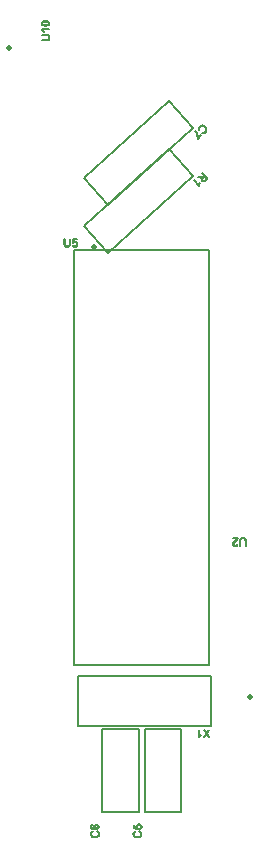
<source format=gto>
%FSLAX33Y33*%
%MOMM*%
%ADD10C,0.15*%
%ADD11C,0.2032*%
%ADD12C,0.5*%
%ADD13C,0.5*%
%ADD14C,0.5*%
D10*
%LNtop silkscreen_traces*%
%LNtop silkscreen component 3cb8959678233c1b*%
G01*
X15911Y-1911D02*
X12820Y-1911D01*
X12820Y5089*
X15911Y5089*
X15911Y-1911*
D11*
X12381Y-3536D02*
X12379Y-3542D01*
X12379Y-3542*
X12420Y-3562*
X12453Y-3587*
X12481Y-3616*
X12503Y-3649*
X12519Y-3686*
X12528Y-3727*
X12532Y-3774*
X12529Y-3823*
X12521Y-3866*
X12509Y-3903*
X12492Y-3934*
X12471Y-3962*
X12446Y-3986*
X12415Y-4007*
X12379Y-4025*
X12338Y-4040*
X12296Y-4051*
X12253Y-4057*
X12207Y-4059*
X12158Y-4057*
X12113Y-4050*
X12072Y-4038*
X12035Y-4022*
X12002Y-4002*
X11974Y-3979*
X11950Y-3952*
X11930Y-3921*
X11914Y-3887*
X11902Y-3851*
X11895Y-3812*
X11893Y-3772*
X11896Y-3728*
X11905Y-3688*
X11919Y-3653*
X11938Y-3622*
X11962Y-3595*
X11991Y-3572*
X12025Y-3553*
X12014Y-3557*
X12013Y-3551*
X12015Y-3550*
X11978Y-3570*
X11945Y-3595*
X11918Y-3624*
X11898Y-3657*
X11883Y-3694*
X11875Y-3733*
X11872Y-3774*
X11875Y-3820*
X11884Y-3864*
X11899Y-3905*
X11921Y-3941*
X11948Y-3973*
X11979Y-4000*
X12014Y-4022*
X12052Y-4038*
X12090Y-4049*
X12128Y-4057*
X12167Y-4062*
X12206Y-4063*
X12255Y-4061*
X12300Y-4056*
X12344Y-4046*
X12385Y-4033*
X12423Y-4015*
X12458Y-3991*
X12487Y-3963*
X12511Y-3930*
X12529Y-3894*
X12542Y-3858*
X12550Y-3820*
X12552Y-3781*
X12549Y-3735*
X12538Y-3691*
X12520Y-3651*
X12495Y-3614*
X12462Y-3582*
X12423Y-3556*
X12379Y-3536*
X12381Y-3536*
X12429Y-3336D02*
X12429Y-3344D01*
X12421Y-3346*
X12456Y-3333*
X12487Y-3314*
X12514Y-3291*
X12534Y-3263*
X12549Y-3233*
X12558Y-3200*
X12561Y-3166*
X12557Y-3125*
X12545Y-3087*
X12524Y-3052*
X12497Y-3021*
X12462Y-2996*
X12423Y-2978*
X12381Y-2967*
X12335Y-2964*
X12292Y-2967*
X12251Y-2977*
X12214Y-2995*
X12181Y-3020*
X12155Y-3051*
X12137Y-3087*
X12126Y-3126*
X12122Y-3167*
X12124Y-3194*
X12129Y-3220*
X12137Y-3245*
X12148Y-3269*
X12162Y-3290*
X12177Y-3309*
X12195Y-3326*
X12188Y-3321*
X12188Y-3321*
X11915Y-3269*
X11915Y-3006*
X11897Y-3006*
X11897Y-3282*
X12243Y-3352*
X12166Y-3224*
X12155Y-3197*
X12149Y-3171*
X12147Y-3144*
X12150Y-3109*
X12159Y-3077*
X12174Y-3049*
X12196Y-3022*
X12223Y-3001*
X12253Y-2985*
X12288Y-2976*
X12328Y-2972*
X12366Y-2975*
X12402Y-2984*
X12434Y-2998*
X12463Y-3018*
X12494Y-3048*
X12514Y-3081*
X12527Y-3120*
X12531Y-3167*
X12529Y-3205*
X12521Y-3238*
X12507Y-3267*
X12489Y-3292*
X12467Y-3312*
X12442Y-3328*
X12412Y-3339*
X12429Y-3336*
%LNtop silkscreen component 824f435eb96077e0*%
D10*
X14871Y54194D02*
X16939Y51897D01*
X9716Y45393*
X7648Y47690*
X14871Y54194*
D11*
X17705Y52182D02*
X18116Y51725D01*
X17919Y51547*
X17886Y51520*
X17858Y51498*
X17833Y51483*
X17813Y51474*
X17796Y51469*
X17779Y51467*
X17760Y51468*
X17741Y51472*
X17721Y51480*
X17703Y51490*
X17686Y51502*
X17670Y51517*
X17653Y51540*
X17642Y51562*
X17636Y51586*
X17634Y51611*
X17637Y51637*
X17647Y51665*
X17665Y51697*
X17780Y51851*
X17621Y51808*
X17606Y51805*
X17594Y51803*
X17585Y51803*
X17561Y51804*
X17534Y51807*
X17506Y51812*
X17476Y51819*
X17343Y51856*
X17342Y51855*
X17485Y51815*
X17521Y51805*
X17553Y51797*
X17582Y51791*
X17607Y51786*
X17630Y51783*
X17652Y51781*
X17672Y51781*
X17691Y51783*
X17707Y51786*
X17723Y51790*
X17738Y51796*
X17753Y51803*
X17765Y51811*
X17777Y51820*
X17790Y51830*
X17803Y51842*
X17923Y51950*
X17710Y52186*
X17705Y52182*
X17906Y51893D02*
X17906Y51893D01*
X17755Y51757*
X17733Y51736*
X17714Y51715*
X17699Y51697*
X17688Y51679*
X17681Y51661*
X17676Y51644*
X17674Y51627*
X17676Y51610*
X17680Y51593*
X17686Y51577*
X17694Y51563*
X17705Y51549*
X17723Y51533*
X17742Y51521*
X17764Y51514*
X17788Y51512*
X17813Y51515*
X17840Y51525*
X17867Y51542*
X17896Y51565*
X18065Y51717*
X17906Y51893*
X17026Y51570D02*
X17015Y51561D01*
X17432Y51098*
X17447Y51231*
X17451Y51253*
X17456Y51276*
X17464Y51302*
X17472Y51327*
X17481Y51350*
X17490Y51371*
X17466Y51323*
X17452Y51339*
X17448Y51328*
X17436Y51288*
X17426Y51247*
X17420Y51206*
X17417Y51167*
X17418Y51131*
X17421Y51096*
X17421Y51095*
X17439Y51111*
X17026Y51570*
%LNtop silkscreen component 88b3df5dd39fbf3c*%
X4116Y63896D02*
X4116Y63890D01*
X4478Y63890*
X4527Y63888*
X4568Y63884*
X4604Y63877*
X4632Y63869*
X4655Y63858*
X4675Y63843*
X4693Y63824*
X4710Y63801*
X4724Y63774*
X4734Y63742*
X4740Y63704*
X4743Y63660*
X4741Y63618*
X4735Y63580*
X4726Y63548*
X4714Y63520*
X4699Y63498*
X4682Y63479*
X4662Y63464*
X4639Y63452*
X4609Y63442*
X4573Y63435*
X4529Y63430*
X4478Y63428*
X4116Y63428*
X4116Y63421*
X4479Y63421*
X4525Y63422*
X4566Y63426*
X4602Y63432*
X4635Y63442*
X4663Y63456*
X4689Y63475*
X4710Y63497*
X4728Y63524*
X4742Y63553*
X4752Y63584*
X4757Y63617*
X4759Y63653*
X4755Y63708*
X4745Y63758*
X4725Y63802*
X4695Y63839*
X4654Y63867*
X4604Y63884*
X4546Y63894*
X4480Y63896*
X4116Y63896*
X4730Y64343D02*
X4730Y64356D01*
X4108Y64356*
X4197Y64256*
X4210Y64239*
X4224Y64219*
X4238Y64197*
X4251Y64173*
X4263Y64151*
X4272Y64131*
X4252Y64181*
X4273Y64181*
X4268Y64190*
X4246Y64227*
X4222Y64261*
X4196Y64293*
X4169Y64321*
X4142Y64345*
X4114Y64366*
X4113Y64366*
X4113Y64343*
X4730Y64343*
X4428Y64669D02*
X4371Y64671D01*
X4320Y64676*
X4277Y64683*
X4240Y64693*
X4209Y64705*
X4183Y64720*
X4162Y64736*
X4144Y64754*
X4131Y64774*
X4121Y64796*
X4115Y64822*
X4113Y64853*
X4114Y64874*
X4118Y64895*
X4123Y64913*
X4131Y64929*
X4140Y64944*
X4151Y64958*
X4165Y64971*
X4180Y64982*
X4199Y64993*
X4221Y65003*
X4245Y65012*
X4271Y65020*
X4301Y65026*
X4338Y65031*
X4380Y65034*
X4428Y65035*
X4485Y65033*
X4535Y65029*
X4579Y65021*
X4615Y65011*
X4646Y64999*
X4672Y64985*
X4694Y64968*
X4712Y64950*
X4725Y64930*
X4734Y64908*
X4740Y64882*
X4742Y64853*
X4739Y64813*
X4728Y64781*
X4712Y64753*
X4688Y64730*
X4646Y64705*
X4589Y64686*
X4517Y64674*
X4428Y64669*
X4428Y64709D02*
X4428Y64709D01*
X4509Y64712*
X4575Y64719*
X4626Y64732*
X4663Y64750*
X4688Y64772*
X4707Y64796*
X4717Y64823*
X4721Y64852*
X4717Y64881*
X4706Y64908*
X4688Y64932*
X4663Y64954*
X4626Y64972*
X4575Y64985*
X4509Y64993*
X4428Y64995*
X4347Y64993*
X4281Y64985*
X4230Y64972*
X4193Y64954*
X4168Y64932*
X4150Y64908*
X4139Y64881*
X4135Y64851*
X4138Y64822*
X4148Y64797*
X4164Y64774*
X4186Y64754*
X4226Y64735*
X4280Y64720*
X4347Y64712*
X4428Y64709*
D12*
X1346Y62799D03*
%LNtop silkscreen component 81296bd5f93fcded*%
D10*
X6797Y10507D02*
X6797Y45678D01*
X18235Y45678*
X18235Y10507*
X6797Y10507*
D11*
X6506Y46593D02*
X6499Y46593D01*
X6499Y46231*
X6497Y46182*
X6493Y46141*
X6486Y46106*
X6478Y46077*
X6467Y46055*
X6452Y46034*
X6433Y46016*
X6410Y45999*
X6383Y45985*
X6351Y45975*
X6313Y45969*
X6270Y45967*
X6227Y45968*
X6189Y45974*
X6157Y45983*
X6129Y45995*
X6107Y46010*
X6088Y46027*
X6073Y46047*
X6061Y46071*
X6051Y46100*
X6044Y46136*
X6039Y46180*
X6037Y46231*
X6037Y46593*
X6030Y46593*
X6030Y46230*
X6032Y46184*
X6035Y46143*
X6041Y46107*
X6051Y46075*
X6065Y46046*
X6084Y46020*
X6107Y45999*
X6133Y45981*
X6162Y45967*
X6194Y45958*
X6227Y45952*
X6262Y45950*
X6317Y45954*
X6367Y45964*
X6411Y45984*
X6448Y46014*
X6476Y46055*
X6493Y46105*
X6503Y46163*
X6506Y46229*
X6506Y46593*
X6731Y46069D02*
X6724Y46069D01*
X6722Y46077*
X6735Y46042*
X6753Y46011*
X6777Y45984*
X6804Y45964*
X6835Y45949*
X6867Y45940*
X6902Y45937*
X6942Y45941*
X6981Y45953*
X7016Y45974*
X7047Y46001*
X7072Y46036*
X7090Y46075*
X7101Y46117*
X7104Y46163*
X7101Y46206*
X7090Y46247*
X7073Y46285*
X7047Y46317*
X7016Y46343*
X6981Y46362*
X6942Y46372*
X6901Y46376*
X6873Y46374*
X6847Y46369*
X6822Y46361*
X6799Y46350*
X6777Y46336*
X6758Y46321*
X6741Y46303*
X6746Y46310*
X6747Y46310*
X6799Y46583*
X7062Y46583*
X7062Y46601*
X6785Y46601*
X6716Y46255*
X6844Y46332*
X6870Y46343*
X6897Y46349*
X6923Y46352*
X6959Y46348*
X6991Y46339*
X7019Y46324*
X7045Y46302*
X7067Y46275*
X7082Y46245*
X7092Y46210*
X7095Y46170*
X7092Y46132*
X7084Y46096*
X7070Y46064*
X7050Y46035*
X7020Y46005*
X6987Y45984*
X6948Y45971*
X6901Y45967*
X6863Y45969*
X6830Y45978*
X6801Y45991*
X6776Y46009*
X6755Y46031*
X6740Y46056*
X6729Y46086*
X6731Y46069*
D13*
X8547Y45936D03*
%LNtop silkscreen component b3a48d7d43e52f89*%
D10*
X18428Y9604D02*
X18428Y5401D01*
X7175Y5401*
X7175Y9604*
X18428Y9604*
D11*
X18293Y5052D02*
X18055Y4730D01*
X18263Y4437*
X18275Y4437*
X18161Y4599*
X18142Y4626*
X18127Y4649*
X18115Y4668*
X18063Y4756*
X18006Y4666*
X17994Y4647*
X17980Y4628*
X17964Y4607*
X17835Y4437*
X17859Y4437*
X18072Y4723*
X17837Y5052*
X17829Y5052*
X17994Y4818*
X18001Y4808*
X18008Y4796*
X18016Y4785*
X18067Y4703*
X18121Y4790*
X18130Y4805*
X18137Y4816*
X18143Y4824*
X18307Y5052*
X18293Y5052*
X17410Y5052D02*
X17396Y5052D01*
X17396Y4430*
X17497Y4518*
X17514Y4532*
X17534Y4545*
X17556Y4559*
X17580Y4572*
X17602Y4584*
X17622Y4593*
X17572Y4573*
X17572Y4594*
X17562Y4590*
X17526Y4568*
X17492Y4543*
X17460Y4517*
X17432Y4490*
X17407Y4463*
X17387Y4435*
X17387Y4434*
X17410Y4434*
X17410Y5052*
%LNtop silkscreen component 60de64ed69294721*%
X20895Y20640D02*
X20902Y20640D01*
X20902Y21002*
X20903Y21051*
X20907Y21093*
X20914Y21128*
X20923Y21156*
X20934Y21179*
X20948Y21199*
X20967Y21218*
X20990Y21234*
X21017Y21248*
X21049Y21258*
X21087Y21265*
X21131Y21267*
X21174Y21265*
X21212Y21259*
X21244Y21250*
X21271Y21238*
X21294Y21223*
X21312Y21206*
X21328Y21186*
X21340Y21163*
X21349Y21134*
X21357Y21097*
X21362Y21054*
X21363Y21002*
X21363Y20640*
X21370Y20640*
X21370Y21003*
X21369Y21049*
X21365Y21090*
X21359Y21127*
X21349Y21159*
X21335Y21187*
X21317Y21213*
X21294Y21235*
X21268Y21253*
X21238Y21266*
X21207Y21276*
X21174Y21281*
X21139Y21283*
X21084Y21280*
X21034Y21269*
X20990Y21249*
X20952Y21220*
X20925Y21178*
X20907Y21128*
X20898Y21070*
X20895Y21004*
X20895Y20640*
X20318Y21272D02*
X20318Y21255D01*
X20688Y21255*
X20689Y21293*
X20688Y21283*
X20686Y21273*
X20682Y21262*
X20674Y21243*
X20663Y21223*
X20649Y21203*
X20633Y21182*
X20613Y21160*
X20588Y21136*
X20559Y21109*
X20524Y21080*
X20470Y21034*
X20424Y20992*
X20387Y20954*
X20358Y20919*
X20337Y20886*
X20321Y20853*
X20311Y20819*
X20307Y20784*
X20311Y20748*
X20321Y20715*
X20337Y20685*
X20360Y20658*
X20389Y20636*
X20421Y20621*
X20456Y20611*
X20493Y20608*
X20532Y20612*
X20568Y20621*
X20602Y20638*
X20631Y20661*
X20655Y20691*
X20671Y20725*
X20681Y20763*
X20680Y20747*
X20665Y20749*
X20666Y20759*
X20655Y20726*
X20640Y20699*
X20620Y20678*
X20596Y20661*
X20567Y20648*
X20532Y20640*
X20491Y20638*
X20450Y20641*
X20416Y20649*
X20387Y20662*
X20363Y20681*
X20344Y20703*
X20330Y20728*
X20322Y20755*
X20319Y20786*
X20320Y20802*
X20322Y20818*
X20326Y20834*
X20332Y20850*
X20340Y20866*
X20351Y20884*
X20365Y20903*
X20382Y20923*
X20404Y20947*
X20433Y20975*
X20469Y21007*
X20512Y21045*
X20549Y21075*
X20578Y21101*
X20601Y21122*
X20618Y21138*
X20630Y21152*
X20642Y21166*
X20652Y21180*
X20712Y21272*
X20318Y21272*
D14*
X21743Y7835D03*
%LNtop silkscreen component 93e284b16ed1c30b*%
D10*
X14871Y58299D02*
X16939Y56002D01*
X9716Y49498*
X7648Y51795*
X14871Y58299*
D11*
X17431Y55853D02*
X17436Y55856D01*
X17437Y55856*
X17424Y55900*
X17420Y55942*
X17423Y55982*
X17433Y56020*
X17450Y56056*
X17474Y56091*
X17507Y56125*
X17545Y56155*
X17582Y56179*
X17617Y56194*
X17652Y56203*
X17686Y56205*
X17722Y56203*
X17758Y56194*
X17796Y56179*
X17834Y56159*
X17870Y56135*
X17904Y56107*
X17936Y56074*
X17967Y56036*
X17991Y55998*
X18010Y55960*
X18023Y55922*
X18030Y55884*
X18032Y55847*
X18028Y55812*
X18018Y55776*
X18004Y55741*
X17984Y55708*
X17961Y55678*
X17933Y55649*
X17897Y55621*
X17862Y55601*
X17827Y55588*
X17791Y55582*
X17754Y55581*
X17718Y55588*
X17681Y55600*
X17691Y55595*
X17688Y55590*
X17686Y55591*
X17726Y55577*
X17766Y55569*
X17806Y55569*
X17844Y55575*
X17881Y55589*
X17915Y55609*
X17948Y55635*
X17980Y55668*
X18007Y55704*
X18027Y55742*
X18039Y55783*
X18045Y55824*
X18044Y55865*
X18037Y55906*
X18024Y55945*
X18006Y55981*
X17987Y56014*
X17964Y56046*
X17939Y56076*
X17905Y56111*
X17871Y56141*
X17835Y56167*
X17797Y56189*
X17758Y56205*
X17718Y56215*
X17676Y56218*
X17636Y56214*
X17598Y56203*
X17562Y56189*
X17529Y56169*
X17498Y56145*
X17466Y56111*
X17441Y56074*
X17423Y56034*
X17412Y55990*
X17410Y55944*
X17417Y55898*
X17432Y55852*
X17431Y55853*
X17608Y55363D02*
X17597Y55375D01*
X17328Y55133*
X17329Y55132*
X17328Y55167*
X17323Y55227*
X17313Y55290*
X17299Y55358*
X17281Y55427*
X17260Y55494*
X17235Y55559*
X17206Y55623*
X17183Y55667*
X17157Y55712*
X17127Y55756*
X17122Y55762*
X17115Y55756*
X17108Y55765*
X17134Y55727*
X17161Y55683*
X17188Y55633*
X17213Y55579*
X17235Y55525*
X17254Y55469*
X17270Y55411*
X17283Y55354*
X17292Y55299*
X17298Y55248*
X17306Y55090*
X17608Y55363*
%LNtop silkscreen component 46b559c0f7b6c974*%
D10*
X12315Y-1911D02*
X9224Y-1911D01*
X9224Y5089*
X12315Y5089*
X12315Y-1911*
D11*
X8785Y-3536D02*
X8783Y-3542D01*
X8783Y-3542*
X8824Y-3562*
X8857Y-3587*
X8885Y-3616*
X8907Y-3649*
X8923Y-3686*
X8932Y-3727*
X8936Y-3774*
X8933Y-3823*
X8925Y-3866*
X8913Y-3903*
X8896Y-3934*
X8875Y-3962*
X8850Y-3986*
X8819Y-4007*
X8783Y-4025*
X8742Y-4040*
X8700Y-4051*
X8657Y-4057*
X8611Y-4059*
X8562Y-4057*
X8517Y-4050*
X8476Y-4038*
X8439Y-4022*
X8406Y-4002*
X8378Y-3979*
X8354Y-3952*
X8334Y-3921*
X8318Y-3887*
X8306Y-3851*
X8299Y-3812*
X8297Y-3772*
X8300Y-3728*
X8309Y-3688*
X8323Y-3653*
X8342Y-3622*
X8366Y-3595*
X8395Y-3572*
X8429Y-3553*
X8418Y-3557*
X8417Y-3551*
X8419Y-3550*
X8382Y-3570*
X8349Y-3595*
X8322Y-3624*
X8302Y-3657*
X8287Y-3694*
X8279Y-3733*
X8276Y-3774*
X8279Y-3820*
X8288Y-3864*
X8303Y-3905*
X8325Y-3941*
X8352Y-3973*
X8383Y-4000*
X8418Y-4022*
X8456Y-4038*
X8494Y-4049*
X8532Y-4057*
X8571Y-4062*
X8610Y-4063*
X8659Y-4061*
X8704Y-4056*
X8748Y-4046*
X8789Y-4033*
X8827Y-4015*
X8862Y-3991*
X8891Y-3963*
X8915Y-3930*
X8933Y-3894*
X8946Y-3858*
X8954Y-3820*
X8956Y-3781*
X8953Y-3735*
X8942Y-3691*
X8924Y-3651*
X8899Y-3614*
X8866Y-3582*
X8827Y-3556*
X8783Y-3536*
X8785Y-3536*
X8388Y-3001D02*
X8387Y-2989D01*
X8401Y-2985*
X8375Y-2995*
X8352Y-3007*
X8331Y-3023*
X8307Y-3050*
X8290Y-3080*
X8280Y-3114*
X8277Y-3148*
X8279Y-3176*
X8285Y-3203*
X8296Y-3229*
X8310Y-3252*
X8332Y-3278*
X8358Y-3300*
X8387Y-3319*
X8421Y-3335*
X8459Y-3347*
X8502Y-3356*
X8551Y-3361*
X8767Y-3370*
X8615Y-3257*
X8600Y-3243*
X8588Y-3228*
X8578Y-3212*
X8571Y-3194*
X8565Y-3176*
X8562Y-3158*
X8561Y-3140*
X8564Y-3107*
X8573Y-3078*
X8588Y-3051*
X8610Y-3026*
X8636Y-3005*
X8666Y-2991*
X8701Y-2981*
X8742Y-2978*
X8769Y-2980*
X8795Y-2984*
X8820Y-2992*
X8844Y-3002*
X8866Y-3014*
X8884Y-3029*
X8899Y-3045*
X8912Y-3063*
X8922Y-3082*
X8930Y-3104*
X8934Y-3127*
X8935Y-3151*
X8931Y-3194*
X8920Y-3230*
X8900Y-3263*
X8873Y-3291*
X8836Y-3315*
X8785Y-3333*
X8720Y-3345*
X8639Y-3349*
X8548Y-3345*
X8473Y-3332*
X8414Y-3311*
X8369Y-3283*
X8342Y-3256*
X8322Y-3224*
X8311Y-3187*
X8306Y-3143*
X8309Y-3111*
X8316Y-3083*
X8326Y-3059*
X8341Y-3038*
X8360Y-3021*
X8382Y-3007*
X8409Y-2997*
X8388Y-3001*
X8742Y-3299D02*
X8742Y-3299D01*
X8765Y-3298*
X8787Y-3294*
X8808Y-3288*
X8829Y-3280*
X8849Y-3269*
X8866Y-3257*
X8880Y-3242*
X8892Y-3226*
X8902Y-3208*
X8909Y-3190*
X8913Y-3172*
X8914Y-3153*
X8911Y-3126*
X8903Y-3101*
X8889Y-3078*
X8869Y-3057*
X8845Y-3040*
X8816Y-3027*
X8784Y-3020*
X8747Y-3017*
X8712Y-3020*
X8681Y-3027*
X8654Y-3039*
X8630Y-3057*
X8612Y-3078*
X8598Y-3101*
X8590Y-3128*
X8587Y-3156*
X8590Y-3185*
X8598Y-3211*
X8612Y-3236*
X8630Y-3257*
X8653Y-3276*
X8680Y-3289*
X8709Y-3296*
X8742Y-3299*
M02*
</source>
